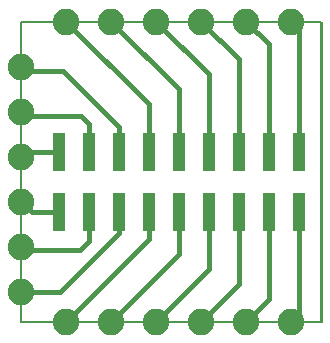
<source format=gtl>
G75*
%MOIN*%
%OFA0B0*%
%FSLAX25Y25*%
%IPPOS*%
%LPD*%
%AMOC8*
5,1,8,0,0,1.08239X$1,22.5*
%
%ADD10C,0.00000*%
%ADD11C,0.00500*%
%ADD12C,0.08858*%
%ADD13R,0.04000X0.13000*%
%ADD14C,0.01600*%
D10*
X0005829Y0005829D02*
X0005829Y0105790D01*
X0106030Y0105790D01*
X0106030Y0005829D01*
X0005829Y0005829D01*
D11*
X0105829Y0005829D01*
X0105829Y0105829D01*
X0005829Y0105829D01*
X0005829Y0005829D01*
D12*
X0005829Y0015829D03*
X0005829Y0030829D03*
X0005829Y0045829D03*
X0005829Y0060829D03*
X0005829Y0075829D03*
X0005829Y0090829D03*
X0020829Y0105829D03*
X0035829Y0105829D03*
X0050829Y0105829D03*
X0065829Y0105829D03*
X0080829Y0105829D03*
X0095829Y0105829D03*
X0095829Y0005829D03*
X0080829Y0005829D03*
X0065829Y0005829D03*
X0050829Y0005829D03*
X0035829Y0005829D03*
X0020829Y0005829D03*
D13*
X0018329Y0042329D03*
X0028329Y0042329D03*
X0038329Y0042329D03*
X0048329Y0042329D03*
X0058329Y0042329D03*
X0068329Y0042329D03*
X0078329Y0042329D03*
X0088329Y0042329D03*
X0098329Y0042329D03*
X0098329Y0062329D03*
X0088329Y0062329D03*
X0078329Y0062329D03*
X0068329Y0062329D03*
X0058329Y0062329D03*
X0048329Y0062329D03*
X0038329Y0062329D03*
X0028329Y0062329D03*
X0018329Y0062329D03*
D14*
X0007329Y0062329D01*
X0005829Y0060829D01*
X0007329Y0074329D02*
X0005829Y0075829D01*
X0007329Y0074329D02*
X0025829Y0074329D01*
X0028329Y0071829D01*
X0028329Y0062329D01*
X0038329Y0062329D02*
X0038329Y0070829D01*
X0019829Y0089329D01*
X0007329Y0089329D01*
X0005829Y0090829D01*
X0020829Y0105829D02*
X0048329Y0078329D01*
X0048329Y0062329D01*
X0058329Y0062329D02*
X0058329Y0083329D01*
X0035829Y0105829D01*
X0050829Y0105829D02*
X0068329Y0088329D01*
X0068329Y0062329D01*
X0078329Y0062329D02*
X0078329Y0093329D01*
X0065829Y0105829D01*
X0080829Y0105829D02*
X0088329Y0098329D01*
X0088329Y0062329D01*
X0098329Y0062329D02*
X0098329Y0103329D01*
X0095829Y0105829D01*
X0098329Y0042329D02*
X0098329Y0008329D01*
X0095829Y0005829D01*
X0088329Y0013329D02*
X0080829Y0005829D01*
X0088329Y0013329D02*
X0088329Y0042329D01*
X0078329Y0042329D02*
X0078329Y0018329D01*
X0065829Y0005829D01*
X0050829Y0005829D02*
X0068329Y0023329D01*
X0068329Y0042329D01*
X0058329Y0042329D02*
X0058329Y0028329D01*
X0035829Y0005829D01*
X0020829Y0005829D02*
X0048329Y0033329D01*
X0048329Y0042329D01*
X0038329Y0042329D02*
X0038329Y0035329D01*
X0018829Y0015829D01*
X0005829Y0015829D01*
X0006829Y0029829D02*
X0005829Y0030829D01*
X0006829Y0029829D02*
X0025329Y0029829D01*
X0028329Y0032829D01*
X0028329Y0042329D01*
X0018329Y0042329D02*
X0009329Y0042329D01*
X0005829Y0045829D01*
M02*

</source>
